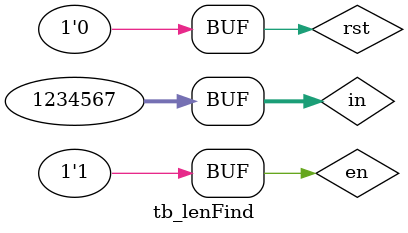
<source format=v>
`timescale 1ns / 1ps


module tb_lenFind( );

// 1-bit inputs
reg en, rst;
//2+bit ins
reg [31:0] in; 


wire [3:0] len;

lengFind DUT(.en(en), .rst(rst), .in(in), .len(len));


initial begin
  en = 0; rst = 1; in = 32'd0;
    
  #20 rst = 0;  // release reset

  #10 en = 1; in = 32'd1010;

  #10 en = 1; in = 32'd1;
  #10 en = 1; in = 32'd12;
  #10 en = 1; in = 32'd1234;
  #10 en = 1; in = 32'd12345;
  #10 en = 1; in = 32'd123456;
  #10 en = 1; in = 32'd1234567;


  #10;
end
endmodule

</source>
